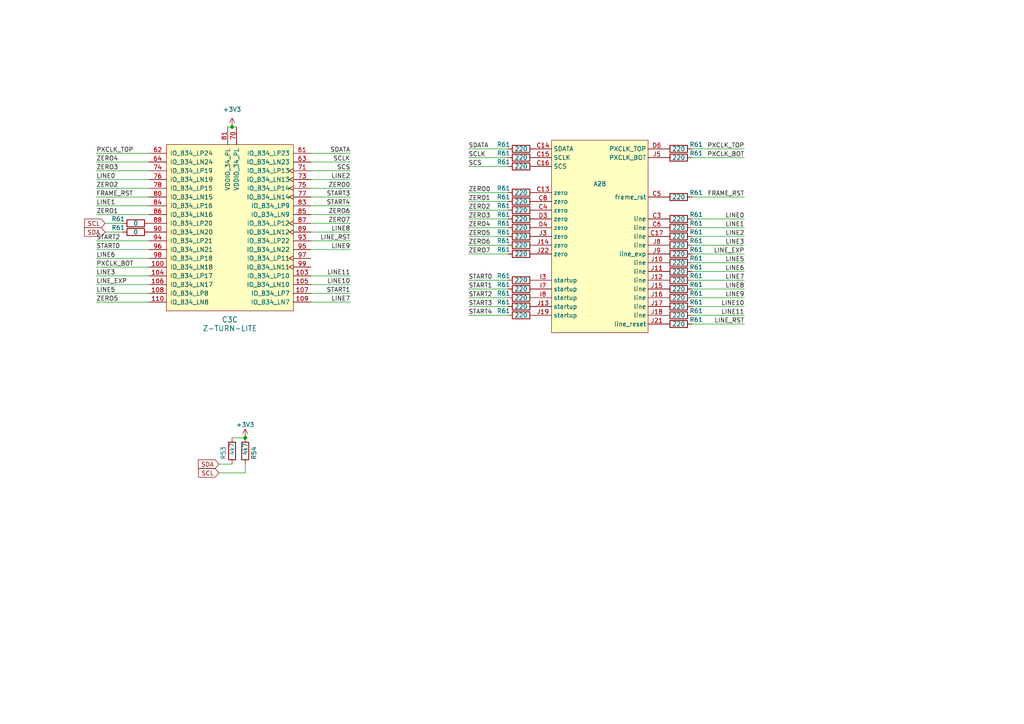
<source format=kicad_sch>
(kicad_sch (version 20230121) (generator eeschema)
  (paper "A4")
  (title_block (title "2D5 experiment board") (date "2023-12-01") (rev "0.1") (company "Apertus"))
  (lib_symbols
    (symbol "2d5:2d5"
      (property "Reference" "A?" (at 0 -13.97 0))
      (symbol "2d5_1_1"
        (rectangle (start -11.43 19.05) (end 10.16 -33.02) (fill (type background)))
        (rectangle (start 2.54 19.05) (end 2.54 19.05))
        (pin power_in line (at -16.51 1.27 0) (length 5.08) (name "1V3") (number "C10"))
        (pin power_in line (at -16.51 13.97 0) (length 5.08) (name "5V") (number "C11"))
        (pin power_in line (at -16.51 -11.43 0) (length 5.08) (name "-1V3") (number "C12"))
        (pin power_in line (at -16.51 -26.67 0) (length 5.08) (name "3V3") (number "C7"))
        (pin power_in line (at -16.51 -8.89 0) (length 5.08) (name "-1V3") (number "C9"))
        (pin power_in line (at 15.24 11.43 180) (length 5.08) (name "GND") (number "D11"))
        (pin power_in line (at 15.24 8.89 180) (length 5.08) (name "GND") (number "D13"))
        (pin power_in line (at 15.24 6.35 180) (length 5.08) (name "GND") (number "D15"))
        (pin power_in line (at 15.24 3.81 180) (length 5.08) (name "GND") (number "D16"))
        (pin power_in line (at -16.51 -1.27 0) (length 5.08) (name "1V3") (number "D17"))
        (pin power_in line (at -16.51 16.51 0) (length 5.08) (name "5V") (number "D5"))
        (pin power_in line (at 15.24 16.51 180) (length 5.08) (name "GND") (number "D7"))
        (pin power_in line (at 15.24 13.97 180) (length 5.08) (name "GND") (number "D9"))
        (pin power_in line (at -16.51 -3.81 0) (length 5.08) (name "1V3") (number "I10"))
        (pin power_in line (at -16.51 8.89 0) (length 5.08) (name "5V") (number "I11"))
        (pin power_in line (at -16.51 6.35 0) (length 5.08) (name "5V") (number "I12"))
        (pin power_in line (at 15.24 -11.43 180) (length 5.08) (name "GND") (number "I13"))
        (pin power_in line (at 15.24 -13.97 180) (length 5.08) (name "GND") (number "I15"))
        (pin power_in line (at 15.24 -16.51 180) (length 5.08) (name "GND") (number "I17"))
        (pin power_in line (at 15.24 -19.05 180) (length 5.08) (name "GND") (number "I19"))
        (pin power_in line (at 15.24 -21.59 180) (length 5.08) (name "GND") (number "I21"))
        (pin power_in line (at -16.51 -17.78 0) (length 5.08) (name "1V5") (number "I22"))
        (pin power_in line (at 15.24 1.27 180) (length 5.08) (name "GND") (number "I4"))
        (pin power_in line (at 15.24 -1.27 180) (length 5.08) (name "GND") (number "I5"))
        (pin power_in line (at 15.24 -3.81 180) (length 5.08) (name "GND") (number "I6"))
        (pin power_in line (at -16.51 -20.32 0) (length 5.08) (name "2V0") (number "I9"))
        (pin power_in line (at -16.51 11.43 0) (length 5.08) (name "5V") (number "J4"))
        (pin power_in line (at 15.24 -6.35 180) (length 5.08) (name "GND") (number "J6"))
        (pin power_in line (at 15.24 -8.89 180) (length 5.08) (name "GND") (number "J7"))
      )
      (symbol "2d5_2_1"
        (rectangle (start -13.97 12.7) (end 13.97 -43.18) (fill (type background)))
        (pin input line (at -19.05 -2.54 0) (length 5.08) (name "zero") (number "C13"))
        (pin input line (at -19.05 10.16 0) (length 5.08) (name "SDATA") (number "C14"))
        (pin input line (at -19.05 7.62 0) (length 5.08) (name "SCLK") (number "C15"))
        (pin input line (at -19.05 5.08 0) (length 5.08) (name "SCS") (number "C16"))
        (pin input line (at 19.05 -15.24 180) (length 5.08) (name "line") (number "C17"))
        (pin input line (at 19.05 -10.16 180) (length 5.08) (name "line") (number "C3"))
        (pin input line (at -19.05 -7.62 0) (length 5.08) (name "zero") (number "C4"))
        (pin input line (at 19.05 -3.81 180) (length 5.08) (name "frame_rst") (number "C5"))
        (pin input line (at 19.05 -12.7 180) (length 5.08) (name "line") (number "C6"))
        (pin input line (at -19.05 -5.08 0) (length 5.08) (name "zero") (number "C8"))
        (pin input line (at -19.05 -10.16 0) (length 5.08) (name "zero") (number "D3"))
        (pin input line (at -19.05 -12.7 0) (length 5.08) (name "zero") (number "D4"))
        (pin input line (at 19.05 10.16 180) (length 5.08) (name "PXCLK_TOP") (number "D6"))
        (pin input line (at -19.05 -27.94 0) (length 5.08) (name "startup") (number "I3"))
        (pin input line (at -19.05 -30.48 0) (length 5.08) (name "startup") (number "I7"))
        (pin input line (at -19.05 -33.02 0) (length 5.08) (name "startup") (number "I8"))
        (pin input line (at 19.05 -22.86 180) (length 5.08) (name "line") (number "J10"))
        (pin input line (at 19.05 -25.4 180) (length 5.08) (name "line") (number "J11"))
        (pin input line (at 19.05 -27.94 180) (length 5.08) (name "line") (number "J12"))
        (pin input line (at -19.05 -35.56 0) (length 5.08) (name "startup") (number "J13"))
        (pin input line (at -19.05 -17.78 0) (length 5.08) (name "zero") (number "J14"))
        (pin input line (at 19.05 -30.48 180) (length 5.08) (name "line") (number "J15"))
        (pin input line (at 19.05 -33.02 180) (length 5.08) (name "line") (number "J16"))
        (pin input line (at 19.05 -35.56 180) (length 5.08) (name "line") (number "J17"))
        (pin input line (at 19.05 -38.1 180) (length 5.08) (name "line") (number "J18"))
        (pin input line (at -19.05 -38.1 0) (length 5.08) (name "startup") (number "J19"))
        (pin input line (at 19.05 -40.64 180) (length 5.08) (name "line_reset") (number "J21"))
        (pin input line (at -19.05 -20.32 0) (length 5.08) (name "zero") (number "J22"))
        (pin input line (at -19.05 -15.24 0) (length 5.08) (name "zero") (number "J3"))
        (pin input line (at 19.05 7.62 180) (length 5.08) (name "PXCLK_BOT") (number "J5"))
        (pin input line (at 19.05 -17.78 180) (length 5.08) (name "line") (number "J8"))
        (pin input line (at 19.05 -20.32 180) (length 5.08) (name "line_exp") (number "J9"))
      )
      (symbol "2d5_3_1"
        (rectangle (start -8.89 15.24) (end 7.62 -15.24) (fill (type background)))
        (pin output line (at 12.7 10.16 180) (length 5.08) (name "A1-") (number "D10"))
        (pin output line (at 12.7 5.08 180) (length 5.08) (name "A2+") (number "D12"))
        (pin output line (at 12.7 2.54 180) (length 5.08) (name "A2-") (number "D14"))
        (pin output line (at 12.7 12.7 180) (length 5.08) (name "A1+") (number "D8"))
        (pin output line (at 12.7 -2.54 180) (length 5.08) (name "A3+") (number "I14"))
        (pin output line (at 12.7 -5.08 180) (length 5.08) (name "A3-") (number "I16"))
        (pin output line (at 12.7 -10.16 180) (length 5.08) (name "A4+") (number "I18"))
        (pin output line (at 12.7 -12.7 180) (length 5.08) (name "A4-") (number "I20"))
      )
    )
    (symbol "Device:R" (pin_numbers hide) (pin_names (offset 0))
      (property "Reference" "R" (at 2.032 0 90))
      (property "Value" "R" (at 0 0 90))
      (symbol "R_0_1"
        (rectangle (start -1.016 -2.54) (end 1.016 2.54) (stroke (width 0.254)))
      )
      (symbol "R_1_1"
        (pin passive line (at 0 3.81 270) (length 1.27) (name "~") (number "1"))
        (pin passive line (at 0 -3.81 90) (length 1.27) (name "~") (number "2"))
      )
    )
    (symbol "power:+3V3" (power) (pin_names (offset 0))
      (property "Value" "+3V3" (at 0 3.556 0))
      (symbol "+3V3_0_1"
        (polyline (pts (xy -0.762 1.27) (xy 0 2.54)))
        (polyline (pts (xy 0 0) (xy 0 2.54)))
        (polyline (pts (xy 0 2.54) (xy 0.762 1.27)))
      )
      (symbol "+3V3_1_1"
        (pin power_in line (at 0 0 90) (length 0) hide (name "+3V3") (number "1"))
      )
    )
    (symbol "z-turn-lite:Z-TURN-LITE" (pin_names (offset 1.016))
      (property "Reference" "A?" (at -1.27 0 90))
      (property "Value" "Z-TURN-LITE" (at 1.27 1.27 90))
      (symbol "Z-TURN-LITE_1_1"
        (rectangle (start -16.51 30.48) (end 15.24 -30.48) (fill (type background)))
        (pin input line (at 20.32 27.94 180) (length 5.08) (name "EXT_RST_IN") (number "1"))
        (pin power_out line (at -21.59 -17.78 0) (length 5.08) (name "DGND") (number "101"))
        (pin power_out line (at -21.59 -20.32 0) (length 5.08) (name "DGND") (number "102"))
        (pin power_out line (at -21.59 -22.86 0) (length 5.08) (name "DGND") (number "111"))
        (pin power_out line (at -21.59 -25.4 0) (length 5.08) (name "DGND") (number "112"))
        (pin power_out line (at -21.59 -27.94 0) (length 5.08) (name "DGND") (number "113"))
        (pin power_in line (at 20.32 19.05 180) (length 5.08) (name "VBAT_KEY_BACK_1.8V") (number "114"))
        (pin power_out line (at 20.32 -15.24 180) (length 5.08) (name "VDD_5V") (number "115"))
        (pin power_out line (at 20.32 -17.78 180) (length 5.08) (name "VDD_5V") (number "116"))
        (pin power_out line (at 20.32 -20.32 180) (length 5.08) (name "VDD_5V") (number "117"))
        (pin power_out line (at 20.32 -22.86 180) (length 5.08) (name "VDD_5V") (number "118"))
        (pin power_out line (at 20.32 -25.4 180) (length 5.08) (name "VDD_5V") (number "119"))
        (pin power_out line (at 20.32 -27.94 180) (length 5.08) (name "VDD_5V") (number "120"))
        (pin power_out line (at -21.59 22.86 0) (length 5.08) (name "DGND") (number "17"))
        (pin power_out line (at -21.59 20.32 0) (length 5.08) (name "DGND") (number "18"))
        (pin output line (at 20.32 25.4 180) (length 5.08) (name "~{PS_500_RESET_OUT}") (number "2"))
        (pin power_out line (at -21.59 17.78 0) (length 5.08) (name "DGND") (number "29"))
        (pin power_out line (at -21.59 15.24 0) (length 5.08) (name "DGND") (number "30"))
        (pin power_out line (at -21.59 12.7 0) (length 5.08) (name "DGND") (number "39"))
        (pin power_out line (at -21.59 10.16 0) (length 5.08) (name "DGND") (number "40"))
        (pin power_out line (at -21.59 7.62 0) (length 5.08) (name "DGND") (number "49"))
        (pin power_out line (at -21.59 5.08 0) (length 5.08) (name "DGND") (number "50"))
        (pin power_out line (at -21.59 2.54 0) (length 5.08) (name "DGND") (number "59"))
        (pin power_out line (at -21.59 0 0) (length 5.08) (name "DGND") (number "60"))
        (pin power_out line (at -21.59 -2.54 0) (length 5.08) (name "DGND") (number "69"))
        (pin power_out line (at -21.59 27.94 0) (length 5.08) (name "DGND") (number "7"))
        (pin power_out line (at -21.59 -5.08 0) (length 5.08) (name "DGND") (number "72"))
        (pin power_out line (at -21.59 -7.62 0) (length 5.08) (name "DGND") (number "79"))
        (pin power_out line (at -21.59 25.4 0) (length 5.08) (name "DGND") (number "8"))
        (pin power_out line (at -21.59 -10.16 0) (length 5.08) (name "DGND") (number "82"))
        (pin power_out line (at -21.59 -12.7 0) (length 5.08) (name "DGND") (number "91"))
        (pin power_out line (at -21.59 -15.24 0) (length 5.08) (name "DGND") (number "92"))
      )
      (symbol "Z-TURN-LITE_2_1"
        (rectangle (start -19.05 33.02) (end 17.78 -30.48) (fill (type background)))
        (pin bidirectional line (at -24.13 25.4 0) (length 5.08) (name "IO_B35_LP4") (number "10"))
        (pin bidirectional line (at 22.86 22.86 180) (length 5.08) (name "IO_B35_LN5") (number "11"))
        (pin bidirectional line (at -24.13 22.86 0) (length 5.08) (name "IO_B35_LN4") (number "12"))
        (pin bidirectional line (at 22.86 20.32 180) (length 5.08) (name "IO_B35_LP16") (number "13"))
        (pin bidirectional line (at -24.13 20.32 0) (length 5.08) (name "IO_B35_LP6") (number "14"))
        (pin bidirectional line (at 22.86 17.78 180) (length 5.08) (name "IO_B35_LN16") (number "15"))
        (pin bidirectional line (at -24.13 17.78 0) (length 5.08) (name "IO_B35_LN6") (number "16"))
        (pin power_out line (at 1.27 38.1 270) (length 5.08) (name "VDDIO_35_PL") (number "19"))
        (pin power_out line (at -1.27 38.1 270) (length 5.08) (name "VDDIO_35_PL") (number "20"))
        (pin bidirectional clock (at 22.86 15.24 180) (length 5.08) (name "IO_B35_LP14") (number "21"))
        (pin bidirectional line (at -24.13 15.24 0) (length 5.08) (name "IO_B35_LP17") (number "22"))
        (pin bidirectional clock (at 22.86 12.7 180) (length 5.08) (name "IO_B35_LN14") (number "23"))
        (pin bidirectional line (at -24.13 12.7 0) (length 5.08) (name "IO_B35_LN17") (number "24"))
        (pin bidirectional line (at 22.86 10.16 180) (length 5.08) (name "IO_B35_LP1") (number "25"))
        (pin bidirectional clock (at -24.13 10.16 0) (length 5.08) (name "IO_B35_LP12") (number "26"))
        (pin bidirectional line (at 22.86 7.62 180) (length 5.08) (name "IO_B35_LN1") (number "27"))
        (pin bidirectional clock (at -24.13 7.62 0) (length 5.08) (name "IO_B35_LN12") (number "28"))
        (pin bidirectional line (at 22.86 30.48 180) (length 5.08) (name "IO_B35_LP2") (number "3"))
        (pin bidirectional line (at 22.86 5.08 180) (length 5.08) (name "IO_B35_LP18") (number "31"))
        (pin bidirectional line (at -24.13 5.08 0) (length 5.08) (name "IO_B35_LP10") (number "32"))
        (pin bidirectional line (at 22.86 2.54 180) (length 5.08) (name "IO_B35_LN18") (number "33"))
        (pin bidirectional line (at -24.13 2.54 0) (length 5.08) (name "IO_B35_LN10") (number "34"))
        (pin bidirectional line (at 22.86 0 180) (length 5.08) (name "IO_B35_LP15") (number "35"))
        (pin bidirectional line (at -24.13 0 0) (length 5.08) (name "IO_B35_LP19") (number "36"))
        (pin bidirectional line (at 22.86 -2.54 180) (length 5.08) (name "IO_B35_LN15") (number "37"))
        (pin bidirectional line (at -24.13 -2.54 0) (length 5.08) (name "IO_B35_LN19") (number "38"))
        (pin bidirectional line (at -24.13 30.48 0) (length 5.08) (name "IO_B35_LP3") (number "4"))
        (pin bidirectional clock (at 22.86 -5.08 180) (length 5.08) (name "IO_B35_LP11") (number "41"))
        (pin bidirectional line (at -24.13 -5.08 0) (length 5.08) (name "IO_B35_LP20") (number "42"))
        (pin bidirectional clock (at 22.86 -7.62 180) (length 5.08) (name "IO_B35_LN11") (number "43"))
        (pin bidirectional line (at -24.13 -7.62 0) (length 5.08) (name "IO_B35_LN20") (number "44"))
        (pin bidirectional line (at 22.86 -10.16 180) (length 5.08) (name "IO_B35_LP9") (number "45"))
        (pin bidirectional clock (at -24.13 -10.16 0) (length 5.08) (name "IO_B35_LP13") (number "46"))
        (pin bidirectional line (at 22.86 -12.7 180) (length 5.08) (name "IO_B35_LN9") (number "47"))
        (pin bidirectional clock (at -24.13 -12.7 0) (length 5.08) (name "IO_B35_LN13") (number "48"))
        (pin bidirectional line (at 22.86 27.94 180) (length 5.08) (name "IO_B35_LN2") (number "5"))
        (pin bidirectional line (at 22.86 -15.24 180) (length 5.08) (name "IO_B35_LP24") (number "51"))
        (pin bidirectional line (at -24.13 -15.24 0) (length 5.08) (name "IO_B35_LP22") (number "52"))
        (pin bidirectional line (at 22.86 -17.78 180) (length 5.08) (name "IO_B35_LN24") (number "53"))
        (pin bidirectional line (at -24.13 -17.78 0) (length 5.08) (name "IO_B35_LN22") (number "54"))
        (pin bidirectional line (at 22.86 -20.32 180) (length 5.08) (name "IO_B35_LP8") (number "55"))
        (pin bidirectional line (at -24.13 -20.32 0) (length 5.08) (name "IO_B35_LP23") (number "56"))
        (pin bidirectional line (at 22.86 -22.86 180) (length 5.08) (name "IO_B35_LN8") (number "57"))
        (pin bidirectional line (at -24.13 -22.86 0) (length 5.08) (name "IO_B35_LN23") (number "58"))
        (pin bidirectional line (at -24.13 27.94 0) (length 5.08) (name "IO_B35_LN3") (number "6"))
        (pin bidirectional line (at 22.86 -25.4 180) (length 5.08) (name "IO_B35_LP7") (number "65"))
        (pin bidirectional line (at -24.13 -25.4 0) (length 5.08) (name "IO_B35_LP21") (number "66"))
        (pin bidirectional line (at 22.86 -27.94 180) (length 5.08) (name "IO_B35_LN7") (number "67"))
        (pin bidirectional line (at -24.13 -27.94 0) (length 5.08) (name "IO_B35_LN21") (number "68"))
        (pin bidirectional line (at 22.86 25.4 180) (length 5.08) (name "IO_B35_LP5") (number "9"))
      )
      (symbol "Z-TURN-LITE_3_1"
        (rectangle (start -19.05 26.67) (end 17.78 -21.59) (fill (type background)))
        (pin bidirectional line (at -24.13 -8.89 0) (length 5.08) (name "IO_B34_LN18") (number "100"))
        (pin bidirectional line (at 22.86 -11.43 180) (length 5.08) (name "IO_B34_LP10") (number "103"))
        (pin bidirectional line (at -24.13 -11.43 0) (length 5.08) (name "IO_B34_LP17") (number "104"))
        (pin bidirectional line (at 22.86 -13.97 180) (length 5.08) (name "IO_B34_LN10") (number "105"))
        (pin bidirectional line (at -24.13 -13.97 0) (length 5.08) (name "IO_B34_LN17") (number "106"))
        (pin bidirectional line (at 22.86 -16.51 180) (length 5.08) (name "IO_B34_LP7") (number "107"))
        (pin bidirectional line (at -24.13 -16.51 0) (length 5.08) (name "IO_B34_LP8") (number "108"))
        (pin bidirectional line (at 22.86 -19.05 180) (length 5.08) (name "IO_B34_LN7") (number "109"))
        (pin bidirectional line (at -24.13 -19.05 0) (length 5.08) (name "IO_B34_LN8") (number "110"))
        (pin bidirectional line (at 22.86 24.13 180) (length 5.08) (name "IO_B34_LP23") (number "61"))
        (pin bidirectional line (at -24.13 24.13 0) (length 5.08) (name "IO_B34_LP24") (number "62"))
        (pin bidirectional line (at 22.86 21.59 180) (length 5.08) (name "IO_B34_LN23") (number "63"))
        (pin bidirectional line (at -24.13 21.59 0) (length 5.08) (name "IO_B34_LN24") (number "64"))
        (pin power_out line (at 1.27 31.75 270) (length 5.08) (name "VDDIO_34_PL") (number "70"))
        (pin bidirectional clock (at 22.86 19.05 180) (length 5.08) (name "IO_B34_LP13") (number "71"))
        (pin bidirectional clock (at 22.86 16.51 180) (length 5.08) (name "IO_B34_LN13") (number "73"))
        (pin bidirectional line (at -24.13 19.05 0) (length 5.08) (name "IO_B34_LP19") (number "74"))
        (pin bidirectional clock (at 22.86 13.97 180) (length 5.08) (name "IO_B34_LP14") (number "75"))
        (pin bidirectional line (at -24.13 16.51 0) (length 5.08) (name "IO_B34_LN19") (number "76"))
        (pin bidirectional clock (at 22.86 11.43 180) (length 5.08) (name "IO_B34_LN14") (number "77"))
        (pin bidirectional line (at -24.13 13.97 0) (length 5.08) (name "IO_B34_LP15") (number "78"))
        (pin bidirectional line (at -24.13 11.43 0) (length 5.08) (name "IO_B34_LN15") (number "80"))
        (pin power_out line (at -1.27 31.75 270) (length 5.08) (name "VDDIO_34_PL") (number "81"))
        (pin bidirectional line (at 22.86 8.89 180) (length 5.08) (name "IO_B34_LP9") (number "83"))
        (pin bidirectional line (at -24.13 8.89 0) (length 5.08) (name "IO_B34_LP16") (number "84"))
        (pin bidirectional line (at 22.86 6.35 180) (length 5.08) (name "IO_B34_LN9") (number "85"))
        (pin bidirectional line (at -24.13 6.35 0) (length 5.08) (name "IO_B34_LN16") (number "86"))
        (pin bidirectional clock (at 22.86 3.81 180) (length 5.08) (name "IO_B34_LP12") (number "87"))
        (pin bidirectional line (at -24.13 3.81 0) (length 5.08) (name "IO_B34_LP20") (number "88"))
        (pin bidirectional clock (at 22.86 1.27 180) (length 5.08) (name "IO_B34_LN12") (number "89"))
        (pin bidirectional line (at -24.13 1.27 0) (length 5.08) (name "IO_B34_LN20") (number "90"))
        (pin bidirectional line (at 22.86 -1.27 180) (length 5.08) (name "IO_B34_LP22") (number "93"))
        (pin bidirectional line (at -24.13 -1.27 0) (length 5.08) (name "IO_B34_LP21") (number "94"))
        (pin bidirectional line (at 22.86 -3.81 180) (length 5.08) (name "IO_B34_LN22") (number "95"))
        (pin bidirectional line (at -24.13 -3.81 0) (length 5.08) (name "IO_B34_LN21") (number "96"))
        (pin bidirectional clock (at 22.86 -6.35 180) (length 5.08) (name "IO_B34_LP11") (number "97"))
        (pin bidirectional line (at -24.13 -6.35 0) (length 5.08) (name "IO_B34_LP18") (number "98"))
        (pin bidirectional clock (at 22.86 -8.89 180) (length 5.08) (name "IO_B34_LN11") (number "99"))
      )
    )
  )
  (junction (at 67.31 36.83))
  (junction (at 71.12 127))
  (wire (pts (xy 135.89 63.5) (xy 147.32 63.5)))
  (wire (pts (xy 27.94 87.63) (xy 43.18 87.63)))
  (wire (pts (xy 101.6 49.53) (xy 90.17 49.53)))
  (wire (pts (xy 30.48 67.31) (xy 35.56 67.31)))
  (wire (pts (xy 101.6 62.23) (xy 90.17 62.23)))
  (wire (pts (xy 135.89 83.82) (xy 147.32 83.82)))
  (wire (pts (xy 101.6 44.45) (xy 90.17 44.45)))
  (wire (pts (xy 215.9 91.44) (xy 200.66 91.44)))
  (wire (pts (xy 63.5 137.16) (xy 71.12 137.16)))
  (wire (pts (xy 27.94 74.93) (xy 43.18 74.93)))
  (wire (pts (xy 101.6 85.09) (xy 90.17 85.09)))
  (wire (pts (xy 27.94 49.53) (xy 43.18 49.53)))
  (wire (pts (xy 27.94 57.15) (xy 43.18 57.15)))
  (wire (pts (xy 101.6 52.07) (xy 90.17 52.07)))
  (wire (pts (xy 30.48 64.77) (xy 35.56 64.77)))
  (wire (pts (xy 215.9 88.9) (xy 200.66 88.9)))
  (wire (pts (xy 215.9 66.04) (xy 200.66 66.04)))
  (wire (pts (xy 215.9 43.18) (xy 200.66 43.18)))
  (wire (pts (xy 215.9 63.5) (xy 200.66 63.5)))
  (wire (pts (xy 101.6 64.77) (xy 90.17 64.77)))
  (wire (pts (xy 71.12 137.16) (xy 71.12 134.62)))
  (wire (pts (xy 101.6 57.15) (xy 90.17 57.15)))
  (wire (pts (xy 215.9 76.2) (xy 200.66 76.2)))
  (wire (pts (xy 215.9 57.15) (xy 200.66 57.15)))
  (wire (pts (xy 215.9 83.82) (xy 200.66 83.82)))
  (wire (pts (xy 135.89 88.9) (xy 147.32 88.9)))
  (wire (pts (xy 135.89 58.42) (xy 147.32 58.42)))
  (wire (pts (xy 135.89 48.26) (xy 147.32 48.26)))
  (wire (pts (xy 66.04 36.83) (xy 67.31 36.83)))
  (wire (pts (xy 215.9 45.72) (xy 200.66 45.72)))
  (wire (pts (xy 27.94 82.55) (xy 43.18 82.55)))
  (wire (pts (xy 101.6 46.99) (xy 90.17 46.99)))
  (wire (pts (xy 215.9 71.12) (xy 200.66 71.12)))
  (wire (pts (xy 215.9 78.74) (xy 200.66 78.74)))
  (wire (pts (xy 27.94 59.69) (xy 43.18 59.69)))
  (wire (pts (xy 215.9 81.28) (xy 200.66 81.28)))
  (wire (pts (xy 27.94 69.85) (xy 43.18 69.85)))
  (wire (pts (xy 135.89 60.96) (xy 147.32 60.96)))
  (wire (pts (xy 135.89 91.44) (xy 147.32 91.44)))
  (wire (pts (xy 27.94 62.23) (xy 43.18 62.23)))
  (wire (pts (xy 27.94 80.01) (xy 43.18 80.01)))
  (wire (pts (xy 27.94 44.45) (xy 43.18 44.45)))
  (wire (pts (xy 27.94 85.09) (xy 43.18 85.09)))
  (wire (pts (xy 67.31 127) (xy 71.12 127)))
  (wire (pts (xy 215.9 93.98) (xy 200.66 93.98)))
  (wire (pts (xy 101.6 82.55) (xy 90.17 82.55)))
  (wire (pts (xy 135.89 66.04) (xy 147.32 66.04)))
  (wire (pts (xy 135.89 68.58) (xy 147.32 68.58)))
  (wire (pts (xy 101.6 87.63) (xy 90.17 87.63)))
  (wire (pts (xy 135.89 86.36) (xy 147.32 86.36)))
  (wire (pts (xy 101.6 54.61) (xy 90.17 54.61)))
  (wire (pts (xy 215.9 73.66) (xy 200.66 73.66)))
  (wire (pts (xy 27.94 77.47) (xy 43.18 77.47)))
  (wire (pts (xy 215.9 86.36) (xy 200.66 86.36)))
  (wire (pts (xy 27.94 72.39) (xy 43.18 72.39)))
  (wire (pts (xy 101.6 59.69) (xy 90.17 59.69)))
  (wire (pts (xy 135.89 45.72) (xy 147.32 45.72)))
  (wire (pts (xy 135.89 55.88) (xy 147.32 55.88)))
  (wire (pts (xy 135.89 81.28) (xy 147.32 81.28)))
  (wire (pts (xy 63.5 134.62) (xy 67.31 134.62)))
  (wire (pts (xy 101.6 80.01) (xy 90.17 80.01)))
  (wire (pts (xy 101.6 72.39) (xy 90.17 72.39)))
  (wire (pts (xy 27.94 52.07) (xy 43.18 52.07)))
  (wire (pts (xy 215.9 68.58) (xy 200.66 68.58)))
  (wire (pts (xy 67.31 36.83) (xy 68.58 36.83)))
  (wire (pts (xy 101.6 69.85) (xy 90.17 69.85)))
  (wire (pts (xy 27.94 54.61) (xy 43.18 54.61)))
  (wire (pts (xy 135.89 73.66) (xy 147.32 73.66)))
  (wire (pts (xy 135.89 43.18) (xy 147.32 43.18)))
  (wire (pts (xy 101.6 67.31) (xy 90.17 67.31)))
  (wire (pts (xy 27.94 46.99) (xy 43.18 46.99)))
  (wire (pts (xy 135.89 71.12) (xy 147.32 71.12)))
  (label "ZERO5" (at 27.94 87.63 0))
  (label "LINE_RST" (at 101.6 69.85 180))
  (label "LINE10" (at 101.6 82.55 180))
  (label "LINE8" (at 101.6 67.31 180))
  (label "SDATA" (at 101.6 44.45 180))
  (label "PXCLK_BOT" (at 215.9 45.72 180))
  (label "LINE2" (at 215.9 68.58 180))
  (label "ZERO0" (at 135.89 55.88 0))
  (label "START1" (at 101.6 85.09 180))
  (label "ZERO2" (at 27.94 54.61 0))
  (label "LINE6" (at 215.9 78.74 180))
  (label "LINE6" (at 27.94 74.93 0))
  (label "ZERO7" (at 101.6 64.77 180))
  (label "LINE11" (at 101.6 80.01 180))
  (label "LINE3" (at 27.94 80.01 0))
  (label "SCS" (at 101.6 49.53 180))
  (label "PXCLK_TOP" (at 27.94 44.45 0))
  (label "ZERO6" (at 101.6 62.23 180))
  (label "LINE11" (at 215.9 91.44 180))
  (label "START1" (at 135.89 83.82 0))
  (label "SCLK" (at 101.6 46.99 180))
  (label "LINE7" (at 215.9 81.28 180))
  (label "FRAME_RST" (at 27.94 57.15 0))
  (label "LINE9" (at 215.9 86.36 180))
  (label "START3" (at 101.6 57.15 180))
  (label "LINE2" (at 101.6 52.07 180))
  (label "LINE1" (at 215.9 66.04 180))
  (label "ZERO3" (at 135.89 63.5 0))
  (label "ZERO4" (at 135.89 66.04 0))
  (label "ZERO1" (at 27.94 62.23 0))
  (label "FRAME_RST" (at 215.9 57.15 180))
  (label "LINE5" (at 215.9 76.2 180))
  (label "ZERO1" (at 135.89 58.42 0))
  (label "ZERO3" (at 27.94 49.53 0))
  (label "LINE10" (at 215.9 88.9 180))
  (label "LINE7" (at 101.6 87.63 180))
  (label "PXCLK_BOT" (at 27.94 77.47 0))
  (label "SCLK" (at 135.89 45.72 0))
  (label "LINE9" (at 101.6 72.39 180))
  (label "LINE3" (at 215.9 71.12 180))
  (label "PXCLK_TOP" (at 215.9 43.18 180))
  (label "LINE_RST" (at 215.9 93.98 180))
  (label "LINE0" (at 27.94 52.07 0))
  (label "START2" (at 27.94 69.85 0))
  (label "ZERO5" (at 135.89 68.58 0))
  (label "LINE0" (at 215.9 63.5 180))
  (label "SDATA" (at 135.89 43.18 0))
  (label "SCS" (at 135.89 48.26 0))
  (label "ZERO0" (at 101.6 54.61 180))
  (label "START4" (at 101.6 59.69 180))
  (label "LINE1" (at 27.94 59.69 0))
  (label "START3" (at 135.89 88.9 0))
  (label "START4" (at 135.89 91.44 0))
  (label "LINE_EXP" (at 27.94 82.55 0))
  (label "START2" (at 135.89 86.36 0))
  (label "LINE5" (at 27.94 85.09 0))
  (label "ZERO4" (at 27.94 46.99 0))
  (label "LINE_EXP" (at 215.9 73.66 180))
  (label "ZERO7" (at 135.89 73.66 0))
  (label "START0" (at 135.89 81.28 0))
  (label "ZERO6" (at 135.89 71.12 0))
  (label "START0" (at 27.94 72.39 0))
  (label "ZERO2" (at 135.89 60.96 0))
  (label "LINE8" (at 215.9 83.82 180))
  (global_label "SDA" (shape input) (at 30.48 67.31 180) (property "Intersheetrefs" "${INTERSHEET_REFS}" (effects hide)))
  (global_label "SCL" (shape input) (at 30.48 64.77 180) (property "Intersheetrefs" "${INTERSHEET_REFS}" (effects hide)))
  (global_label "SDA" (shape input) (at 63.5 134.62 180) (property "Intersheetrefs" "${INTERSHEET_REFS}" (effects hide)))
  (global_label "SCL" (shape input) (at 63.5 137.16 180) (property "Intersheetrefs" "${INTERSHEET_REFS}" (effects hide)))
  (symbol (lib_id "power:+3V3") (at 71.12 127 0) (unit 1)
    (property "Reference" "#PWR03" (effects hide))
    (property "Value" "+3V3" (at 71.12 123.19 0))
  )
  (symbol (lib_id "Device:R") (at 151.13 91.44 90) (unit 1)
    (property "Reference" "R61" (at 146.05 90.17 90))
    (property "Value" "220" (at 151.13 91.44 90))
    (property "Footprint" "Resistor_SMD:R_0603_1608Metric_Pad0.98x0.95mm_HandSolder" (effects hide))
    (instances (project "zynq-test-board" (path "" (reference "R61") (unit 1)) (path "" (reference "R78") (unit 1))))
  )
  (symbol (lib_id "Device:R") (at 39.37 64.77 90) (unit 1)
    (property "Reference" "R61" (at 34.29 63.5 90))
    (property "Value" "0" (at 39.37 64.77 90))
    (property "Footprint" "Resistor_SMD:R_0603_1608Metric_Pad0.98x0.95mm_HandSolder" (effects hide))
    (instances (project "zynq-test-board" (path "" (reference "R61") (unit 1)) (path "" (reference "R97") (unit 1))))
  )
  (symbol (lib_id "Device:R") (at 196.85 86.36 270) (mirror x) (unit 1)
    (property "Reference" "R61" (at 201.93 85.09 90))
    (property "Value" "220" (at 196.85 86.36 90))
    (property "Footprint" "Resistor_SMD:R_0603_1608Metric_Pad0.98x0.95mm_HandSolder" (effects hide))
    (instances (project "zynq-test-board" (path "" (reference "R61") (unit 1)) (path "" (reference "R91") (unit 1))))
  )
  (symbol (lib_id "Device:R") (at 151.13 48.26 90) (unit 1)
    (property "Reference" "R61" (at 146.05 46.99 90))
    (property "Value" "220" (at 151.13 48.26 90))
    (property "Footprint" "Resistor_SMD:R_0603_1608Metric_Pad0.98x0.95mm_HandSolder" (effects hide))
    (instances (project "zynq-test-board" (path "" (reference "R61") (unit 1)) (path "" (reference "R65") (unit 1))))
  )
  (symbol (lib_id "Device:R") (at 39.37 67.31 90) (unit 1)
    (property "Reference" "R61" (at 34.29 66.04 90))
    (property "Value" "0" (at 39.37 67.31 90))
    (property "Footprint" "Resistor_SMD:R_0603_1608Metric_Pad0.98x0.95mm_HandSolder" (effects hide))
    (instances (project "zynq-test-board" (path "" (reference "R61") (unit 1)) (path "" (reference "R98") (unit 1))))
  )
  (symbol (lib_id "power:+3V3") (at 67.31 36.83 0) (unit 1)
    (property "Reference" "#PWR03" (effects hide))
    (property "Value" "+3V3" (at 67.31 31.75 0))
    (instances (project "zynq-test-board" (path "" (reference "#PWR03") (unit 1)) (path "" (reference "#PWR03") (unit 1)) (path "" (reference "#PWR042") (unit 1))))
  )
  (symbol (lib_id "Device:R") (at 71.12 130.81 0) (unit 1)
    (property "Reference" "R54" (at 73.66 133.35 90) (effects (justify left)))
    (property "Value" "4k7" (at 71.12 132.08 90) (effects (justify left)))
    (property "Footprint" "Resistor_SMD:R_0603_1608Metric" (effects hide))
    (instances (project "zynq-test-board" (path "" (reference "R54") (unit 1)) (path "" (reference "R100") (unit 1))))
  )
  (symbol (lib_id "Device:R") (at 196.85 66.04 270) (mirror x) (unit 1)
    (property "Reference" "R61" (at 201.93 64.77 90))
    (property "Value" "220" (at 196.85 66.04 90))
    (property "Footprint" "Resistor_SMD:R_0603_1608Metric_Pad0.98x0.95mm_HandSolder" (effects hide))
    (instances (project "zynq-test-board" (path "" (reference "R61") (unit 1)) (path "" (reference "R83") (unit 1))))
  )
  (symbol (lib_id "Device:R") (at 67.31 130.81 0) (unit 1)
    (property "Reference" "R53" (at 64.77 133.35 90) (effects (justify left)))
    (property "Value" "4k7" (at 67.31 132.08 90) (effects (justify left)))
    (property "Footprint" "Resistor_SMD:R_0603_1608Metric" (effects hide))
    (instances (project "zynq-test-board" (path "" (reference "R53") (unit 1)) (path "" (reference "R99") (unit 1))))
  )
  (symbol (lib_id "Device:R") (at 151.13 68.58 90) (unit 1)
    (property "Reference" "R61" (at 146.05 67.31 90))
    (property "Value" "220" (at 151.13 68.58 90))
    (property "Footprint" "Resistor_SMD:R_0603_1608Metric_Pad0.98x0.95mm_HandSolder" (effects hide))
    (instances (project "zynq-test-board" (path "" (reference "R61") (unit 1)) (path "" (reference "R71") (unit 1))))
  )
  (symbol (lib_id "Device:R") (at 151.13 60.96 90) (unit 1)
    (property "Reference" "R61" (at 146.05 59.69 90))
    (property "Value" "220" (at 151.13 60.96 90))
    (property "Footprint" "Resistor_SMD:R_0603_1608Metric_Pad0.98x0.95mm_HandSolder" (effects hide))
    (instances (project "zynq-test-board" (path "" (reference "R61") (unit 1)) (path "" (reference "R68") (unit 1))))
  )
  (symbol (lib_id "Device:R") (at 151.13 73.66 90) (unit 1)
    (property "Reference" "R61" (at 146.05 72.39 90))
    (property "Value" "220" (at 151.13 73.66 90))
    (property "Footprint" "Resistor_SMD:R_0603_1608Metric_Pad0.98x0.95mm_HandSolder" (effects hide))
    (instances (project "zynq-test-board" (path "" (reference "R61") (unit 1)) (path "" (reference "R73") (unit 1))))
  )
  (symbol (lib_id "Device:R") (at 196.85 81.28 270) (mirror x) (unit 1)
    (property "Reference" "R61" (at 201.93 80.01 90))
    (property "Value" "220" (at 196.85 81.28 90))
    (property "Footprint" "Resistor_SMD:R_0603_1608Metric_Pad0.98x0.95mm_HandSolder" (effects hide))
    (instances (project "zynq-test-board" (path "" (reference "R61") (unit 1)) (path "" (reference "R89") (unit 1))))
  )
  (symbol (lib_id "Device:R") (at 151.13 83.82 90) (unit 1)
    (property "Reference" "R61" (at 146.05 82.55 90))
    (property "Value" "220" (at 151.13 83.82 90))
    (property "Footprint" "Resistor_SMD:R_0603_1608Metric_Pad0.98x0.95mm_HandSolder" (effects hide))
    (instances (project "zynq-test-board" (path "" (reference "R61") (unit 1)) (path "" (reference "R75") (unit 1))))
  )
  (symbol (lib_id "Device:R") (at 196.85 71.12 270) (mirror x) (unit 1)
    (property "Reference" "R61" (at 201.93 69.85 90))
    (property "Value" "220" (at 196.85 71.12 90))
    (property "Footprint" "Resistor_SMD:R_0603_1608Metric_Pad0.98x0.95mm_HandSolder" (effects hide))
    (instances (project "zynq-test-board" (path "" (reference "R61") (unit 1)) (path "" (reference "R85") (unit 1))))
  )
  (symbol (lib_id "Device:R") (at 196.85 88.9 270) (mirror x) (unit 1)
    (property "Reference" "R61" (at 201.93 87.63 90))
    (property "Value" "220" (at 196.85 88.9 90))
    (property "Footprint" "Resistor_SMD:R_0603_1608Metric_Pad0.98x0.95mm_HandSolder" (effects hide))
    (instances (project "zynq-test-board" (path "" (reference "R61") (unit 1)) (path "" (reference "R92") (unit 1))))
  )
  (symbol (lib_id "Device:R") (at 151.13 81.28 90) (unit 1)
    (property "Reference" "R61" (at 146.05 80.01 90))
    (property "Value" "220" (at 151.13 81.28 90))
    (property "Footprint" "Resistor_SMD:R_0603_1608Metric_Pad0.98x0.95mm_HandSolder" (effects hide))
    (instances (project "zynq-test-board" (path "" (reference "R61") (unit 1)) (path "" (reference "R74") (unit 1))))
  )
  (symbol (lib_id "Device:R") (at 196.85 78.74 270) (mirror x) (unit 1)
    (property "Reference" "R61" (at 201.93 77.47 90))
    (property "Value" "220" (at 196.85 78.74 90))
    (property "Footprint" "Resistor_SMD:R_0603_1608Metric_Pad0.98x0.95mm_HandSolder" (effects hide))
    (instances (project "zynq-test-board" (path "" (reference "R61") (unit 1)) (path "" (reference "R88") (unit 1))))
  )
  (symbol (lib_id "Device:R") (at 196.85 43.18 270) (unit 1)
    (property "Reference" "R61" (at 201.93 41.91 90))
    (property "Value" "220" (at 196.85 43.18 90))
    (property "Footprint" "Resistor_SMD:R_0603_1608Metric_Pad0.98x0.95mm_HandSolder" (effects hide))
    (instances (project "zynq-test-board" (path "" (reference "R61") (unit 1)) (path "" (reference "R80") (unit 1))))
  )
  (symbol (lib_id "Device:R") (at 196.85 93.98 270) (mirror x) (unit 1)
    (property "Reference" "R61" (at 201.93 92.71 90))
    (property "Value" "220" (at 196.85 93.98 90))
    (property "Footprint" "Resistor_SMD:R_0603_1608Metric_Pad0.98x0.95mm_HandSolder" (effects hide))
    (instances (project "zynq-test-board" (path "" (reference "R61") (unit 1)) (path "" (reference "R94") (unit 1))))
  )
  (symbol (lib_id "2d5:2d5") (at 173.99 53.34 0) (unit 2)
    (property "Reference" "A2" (at 173.99 53.34 0))
    (property "Value" "~" (at 173.99 53.34 0))
    (property "Footprint" "custom_parts:2d5_flat" (effects hide))
  )
  (symbol (lib_id "Device:R") (at 151.13 45.72 90) (unit 1)
    (property "Reference" "R61" (at 146.05 44.45 90))
    (property "Value" "220" (at 151.13 45.72 90))
    (property "Footprint" "Resistor_SMD:R_0603_1608Metric_Pad0.98x0.95mm_HandSolder" (effects hide))
    (instances (project "zynq-test-board" (path "" (reference "R61") (unit 1)) (path "" (reference "R64") (unit 1))))
  )
  (symbol (lib_id "Device:R") (at 151.13 55.88 90) (unit 1)
    (property "Reference" "R61" (at 146.05 54.61 90))
    (property "Value" "220" (at 151.13 55.88 90))
    (property "Footprint" "Resistor_SMD:R_0603_1608Metric_Pad0.98x0.95mm_HandSolder" (effects hide))
    (instances (project "zynq-test-board" (path "" (reference "R61") (unit 1)) (path "" (reference "R66") (unit 1))))
  )
  (symbol (lib_id "Device:R") (at 196.85 91.44 270) (mirror x) (unit 1)
    (property "Reference" "R61" (at 201.93 90.17 90))
    (property "Value" "220" (at 196.85 91.44 90))
    (property "Footprint" "Resistor_SMD:R_0603_1608Metric_Pad0.98x0.95mm_HandSolder" (effects hide))
    (instances (project "zynq-test-board" (path "" (reference "R61") (unit 1)) (path "" (reference "R93") (unit 1))))
  )
  (symbol (lib_id "Device:R") (at 196.85 76.2 270) (mirror x) (unit 1)
    (property "Reference" "R61" (at 201.93 74.93 90))
    (property "Value" "220" (at 196.85 76.2 90))
    (property "Footprint" "Resistor_SMD:R_0603_1608Metric_Pad0.98x0.95mm_HandSolder" (effects hide))
    (instances (project "zynq-test-board" (path "" (reference "R61") (unit 1)) (path "" (reference "R87") (unit 1))))
  )
  (symbol (lib_id "Device:R") (at 151.13 71.12 90) (unit 1)
    (property "Reference" "R61" (at 146.05 69.85 90))
    (property "Value" "220" (at 151.13 71.12 90))
    (property "Footprint" "Resistor_SMD:R_0603_1608Metric_Pad0.98x0.95mm_HandSolder" (effects hide))
    (instances (project "zynq-test-board" (path "" (reference "R61") (unit 1)) (path "" (reference "R72") (unit 1))))
  )
  (symbol (lib_id "Device:R") (at 151.13 58.42 90) (unit 1)
    (property "Reference" "R61" (at 146.05 57.15 90))
    (property "Value" "220" (at 151.13 58.42 90))
    (property "Footprint" "Resistor_SMD:R_0603_1608Metric_Pad0.98x0.95mm_HandSolder" (effects hide))
    (instances (project "zynq-test-board" (path "" (reference "R61") (unit 1)) (path "" (reference "R67") (unit 1))))
  )
  (symbol (lib_id "Device:R") (at 151.13 86.36 90) (unit 1)
    (property "Reference" "R61" (at 146.05 85.09 90))
    (property "Value" "220" (at 151.13 86.36 90))
    (property "Footprint" "Resistor_SMD:R_0603_1608Metric_Pad0.98x0.95mm_HandSolder" (effects hide))
    (instances (project "zynq-test-board" (path "" (reference "R61") (unit 1)) (path "" (reference "R76") (unit 1))))
  )
  (symbol (lib_id "Device:R") (at 196.85 83.82 270) (mirror x) (unit 1)
    (property "Reference" "R61" (at 201.93 82.55 90))
    (property "Value" "220" (at 196.85 83.82 90))
    (property "Footprint" "Resistor_SMD:R_0603_1608Metric_Pad0.98x0.95mm_HandSolder" (effects hide))
    (instances (project "zynq-test-board" (path "" (reference "R61") (unit 1)) (path "" (reference "R90") (unit 1))))
  )
  (symbol (lib_id "z-turn-lite:Z-TURN-LITE") (at 67.31 68.58 0) (unit 3)
    (property "Reference" "C3" (at 66.675 92.71 0) (effects (font (size 1.524 1.524))))
    (property "Value" "Z-TURN-LITE" (at 66.675 95.25 0) (effects (font (size 1.524 1.524))))
    (property "Footprint" "custom_parts:CONN_BTH-060-XX-X-D-LC" (effects hide))
    (instances (project "zynq-test-board" (path "" (reference "C3") (unit 3)) (path "" (reference "C3") (unit 3)) (path "" (reference "A1") (unit 3))))
  )
  (symbol (lib_id "Device:R") (at 196.85 45.72 270) (unit 1)
    (property "Reference" "R61" (at 201.93 44.45 90))
    (property "Value" "220" (at 196.85 45.72 90))
    (property "Footprint" "Resistor_SMD:R_0603_1608Metric_Pad0.98x0.95mm_HandSolder" (effects hide))
    (instances (project "zynq-test-board" (path "" (reference "R61") (unit 1)) (path "" (reference "R79") (unit 1))))
  )
  (symbol (lib_id "Device:R") (at 196.85 57.15 270) (unit 1)
    (property "Reference" "R61" (at 201.93 55.88 90))
    (property "Value" "220" (at 196.85 57.15 90))
    (property "Footprint" "Resistor_SMD:R_0603_1608Metric_Pad0.98x0.95mm_HandSolder" (effects hide))
    (instances (project "zynq-test-board" (path "" (reference "R61") (unit 1)) (path "" (reference "R82") (unit 1))))
  )
  (symbol (lib_id "Device:R") (at 196.85 63.5 270) (mirror x) (unit 1)
    (property "Reference" "R61" (at 201.93 62.23 90))
    (property "Value" "220" (at 196.85 63.5 90))
    (property "Footprint" "Resistor_SMD:R_0603_1608Metric_Pad0.98x0.95mm_HandSolder" (effects hide))
    (instances (project "zynq-test-board" (path "" (reference "R61") (unit 1)) (path "" (reference "R81") (unit 1))))
  )
  (symbol (lib_id "Device:R") (at 151.13 43.18 90) (unit 1)
    (property "Reference" "R61" (at 146.05 41.91 90))
    (property "Value" "220" (at 151.13 43.18 90))
    (property "Footprint" "Resistor_SMD:R_0603_1608Metric_Pad0.98x0.95mm_HandSolder" (effects hide))
    (instances (project "zynq-test-board" (path "" (reference "R61") (unit 1)) (path "" (reference "R63") (unit 1))))
  )
  (symbol (lib_id "Device:R") (at 151.13 63.5 90) (unit 1)
    (property "Reference" "R61" (at 146.05 62.23 90))
    (property "Value" "220" (at 151.13 63.5 90))
    (property "Footprint" "Resistor_SMD:R_0603_1608Metric_Pad0.98x0.95mm_HandSolder" (effects hide))
    (instances (project "zynq-test-board" (path "" (reference "R61") (unit 1)) (path "" (reference "R69") (unit 1))))
  )
  (symbol (lib_id "Device:R") (at 196.85 73.66 270) (mirror x) (unit 1)
    (property "Reference" "R61" (at 201.93 72.39 90))
    (property "Value" "220" (at 196.85 73.66 90))
    (property "Footprint" "Resistor_SMD:R_0603_1608Metric_Pad0.98x0.95mm_HandSolder" (effects hide))
    (instances (project "zynq-test-board" (path "" (reference "R61") (unit 1)) (path "" (reference "R86") (unit 1))))
  )
  (symbol (lib_id "Device:R") (at 151.13 66.04 90) (unit 1)
    (property "Reference" "R61" (at 146.05 64.77 90))
    (property "Value" "220" (at 151.13 66.04 90))
    (property "Footprint" "Resistor_SMD:R_0603_1608Metric_Pad0.98x0.95mm_HandSolder" (effects hide))
    (instances (project "zynq-test-board" (path "" (reference "R61") (unit 1)) (path "" (reference "R70") (unit 1))))
  )
  (symbol (lib_id "Device:R") (at 196.85 68.58 270) (mirror x) (unit 1)
    (property "Reference" "R61" (at 201.93 67.31 90))
    (property "Value" "220" (at 196.85 68.58 90))
    (property "Footprint" "Resistor_SMD:R_0603_1608Metric_Pad0.98x0.95mm_HandSolder" (effects hide))
    (instances (project "zynq-test-board" (path "" (reference "R61") (unit 1)) (path "" (reference "R84") (unit 1))))
  )
  (symbol (lib_id "Device:R") (at 151.13 88.9 90) (unit 1)
    (property "Reference" "R61" (at 146.05 87.63 90))
    (property "Value" "220" (at 151.13 88.9 90))
    (property "Footprint" "Resistor_SMD:R_0603_1608Metric_Pad0.98x0.95mm_HandSolder" (effects hide))
    (instances (project "zynq-test-board" (path "" (reference "R61") (unit 1)) (path "" (reference "R77") (unit 1))))
  )
)
</source>
